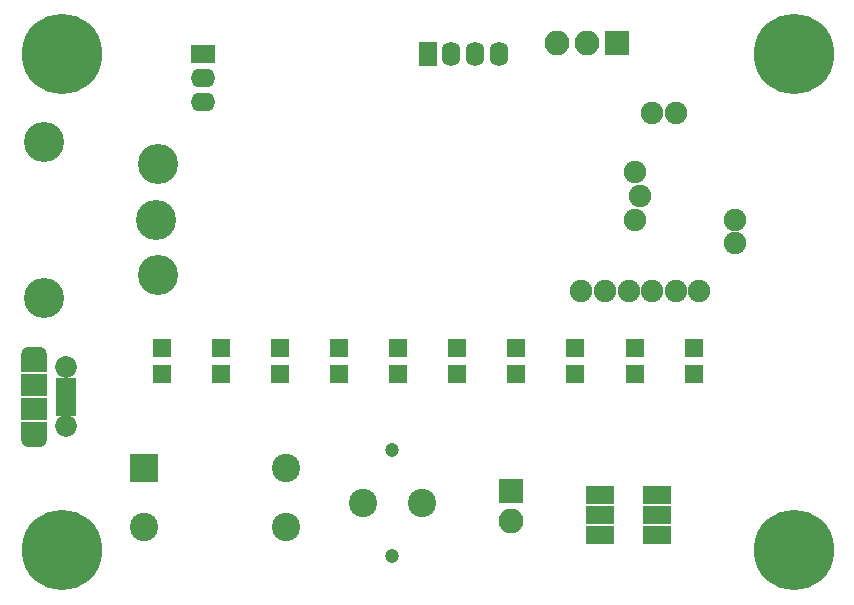
<source format=gts>
G04 #@! TF.FileFunction,Soldermask,Top*
%FSLAX46Y46*%
G04 Gerber Fmt 4.6, Leading zero omitted, Abs format (unit mm)*
G04 Created by KiCad (PCBNEW 4.0.7-e2-6376~58~ubuntu16.04.1) date Wed Aug 29 00:25:47 2018*
%MOMM*%
%LPD*%
G01*
G04 APERTURE LIST*
%ADD10C,0.100000*%
%ADD11R,2.400000X2.400000*%
%ADD12C,2.400000*%
%ADD13R,1.600000X1.600000*%
%ADD14R,2.400000X1.500000*%
%ADD15R,2.100000X2.100000*%
%ADD16O,2.100000X2.100000*%
%ADD17R,1.600000X2.100000*%
%ADD18O,1.600000X2.100000*%
%ADD19C,6.800000*%
%ADD20C,1.900000*%
%ADD21C,1.200000*%
%ADD22C,3.400000*%
%ADD23R,2.099260X1.598880*%
%ADD24O,2.099260X1.598880*%
%ADD25R,2.300000X1.900000*%
%ADD26C,1.850000*%
%ADD27R,1.750000X0.800000*%
%ADD28O,2.300000X1.600000*%
%ADD29R,2.300000X1.600000*%
G04 APERTURE END LIST*
D10*
D11*
X39000000Y-99000000D03*
D12*
X51000000Y-99000000D03*
X51000000Y-104000000D03*
X39000000Y-104000000D03*
D13*
X40500000Y-88900000D03*
X40500000Y-91100000D03*
X45500000Y-88900000D03*
X45500000Y-91100000D03*
X50500000Y-88900000D03*
X50500000Y-91100000D03*
X55500000Y-88900000D03*
X55500000Y-91100000D03*
X60500000Y-88900000D03*
X60500000Y-91100000D03*
X65500000Y-88900000D03*
X65500000Y-91100000D03*
X70500000Y-88900000D03*
X70500000Y-91100000D03*
X75500000Y-88900000D03*
X75500000Y-91100000D03*
X80500000Y-88900000D03*
X80500000Y-91100000D03*
X85500000Y-88900000D03*
X85500000Y-91100000D03*
D14*
X77600000Y-101300000D03*
X77600000Y-103000000D03*
X77600000Y-104700000D03*
X82400000Y-104700000D03*
X82400000Y-103000000D03*
X82400000Y-101300000D03*
D15*
X79000000Y-63000000D03*
D16*
X76460000Y-63000000D03*
X73920000Y-63000000D03*
D17*
X63000000Y-64000000D03*
D18*
X65000000Y-64000000D03*
X67000000Y-64000000D03*
X69000000Y-64000000D03*
D19*
X94000000Y-64000000D03*
X32000000Y-106000000D03*
X32000000Y-64000000D03*
X94000000Y-106000000D03*
D15*
X70000000Y-101000000D03*
D16*
X70000000Y-103540000D03*
D20*
X80500000Y-78000000D03*
X81000000Y-76000000D03*
X80500000Y-74000000D03*
X86000000Y-84000000D03*
X84000000Y-84000000D03*
X82000000Y-84000000D03*
X80000000Y-84000000D03*
X89000000Y-80000000D03*
X82000000Y-69000000D03*
X84000000Y-69000000D03*
X78000000Y-84000000D03*
X76000000Y-84000000D03*
X89000000Y-78000000D03*
D12*
X62500000Y-102000000D03*
X57500000Y-102000000D03*
D21*
X60000000Y-97500000D03*
X60000000Y-106500000D03*
D22*
X40127000Y-82699000D03*
X40000000Y-78000000D03*
X40127000Y-73301000D03*
X30475000Y-84604000D03*
X30475000Y-71396000D03*
D23*
X44000000Y-64001020D03*
D24*
X44000000Y-66000000D03*
X44000000Y-67998980D03*
D25*
X29650000Y-94000000D03*
D26*
X32350000Y-90500000D03*
D27*
X32350000Y-92350000D03*
X32350000Y-91700000D03*
X32350000Y-94300000D03*
X32350000Y-93650000D03*
X32350000Y-93000000D03*
D26*
X32350000Y-95500000D03*
D25*
X29650000Y-92000000D03*
D28*
X29650000Y-89500000D03*
X29650000Y-96500000D03*
D29*
X29650000Y-95900000D03*
X29650000Y-90100000D03*
M02*

</source>
